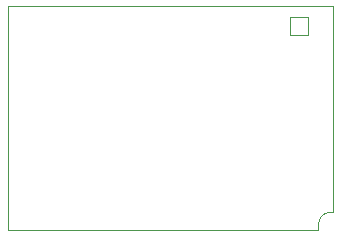
<source format=gbr>
%TF.GenerationSoftware,KiCad,Pcbnew,7.0.7*%
%TF.CreationDate,2023-11-24T16:48:55-08:00*%
%TF.ProjectId,beeper-design,62656570-6572-42d6-9465-7369676e2e6b,rev?*%
%TF.SameCoordinates,Original*%
%TF.FileFunction,Profile,NP*%
%FSLAX46Y46*%
G04 Gerber Fmt 4.6, Leading zero omitted, Abs format (unit mm)*
G04 Created by KiCad (PCBNEW 7.0.7) date 2023-11-24 16:48:55*
%MOMM*%
%LPD*%
G01*
G04 APERTURE LIST*
%TA.AperFunction,Profile*%
%ADD10C,0.050000*%
%TD*%
G04 APERTURE END LIST*
D10*
X151121149Y-99455814D02*
X149621149Y-99455814D01*
X149621149Y-99455814D02*
X149621149Y-100955814D01*
X149621149Y-100955814D02*
X151121149Y-100955814D01*
X151121149Y-100955814D02*
X151121149Y-99455814D01*
X152000000Y-117500000D02*
X125750000Y-117500000D01*
X125750000Y-117500000D02*
X125750000Y-98500000D01*
X125750000Y-98500000D02*
X153250000Y-98500000D01*
X153250000Y-98500000D02*
X153250000Y-116000000D01*
X153250000Y-116000000D02*
X153000000Y-116000000D01*
X153000000Y-116000000D02*
G75*
G03*
X152000000Y-117000000I0J-1000000D01*
G01*
X152000000Y-117000000D02*
X152000000Y-117500000D01*
M02*

</source>
